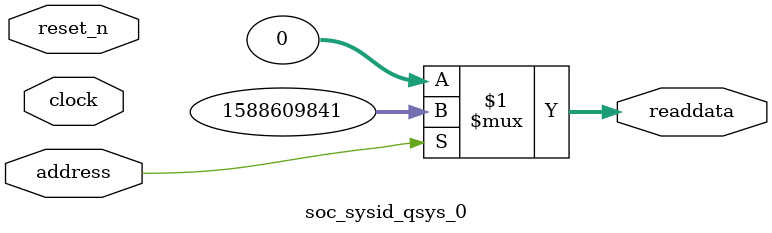
<source format=v>



// synthesis translate_off
`timescale 1ns / 1ps
// synthesis translate_on

// turn off superfluous verilog processor warnings 
// altera message_level Level1 
// altera message_off 10034 10035 10036 10037 10230 10240 10030 

module soc_sysid_qsys_0 (
               // inputs:
                address,
                clock,
                reset_n,

               // outputs:
                readdata
             )
;

  output  [ 31: 0] readdata;
  input            address;
  input            clock;
  input            reset_n;

  wire    [ 31: 0] readdata;
  //control_slave, which is an e_avalon_slave
  assign readdata = address ? 1588609841 : 0;

endmodule



</source>
